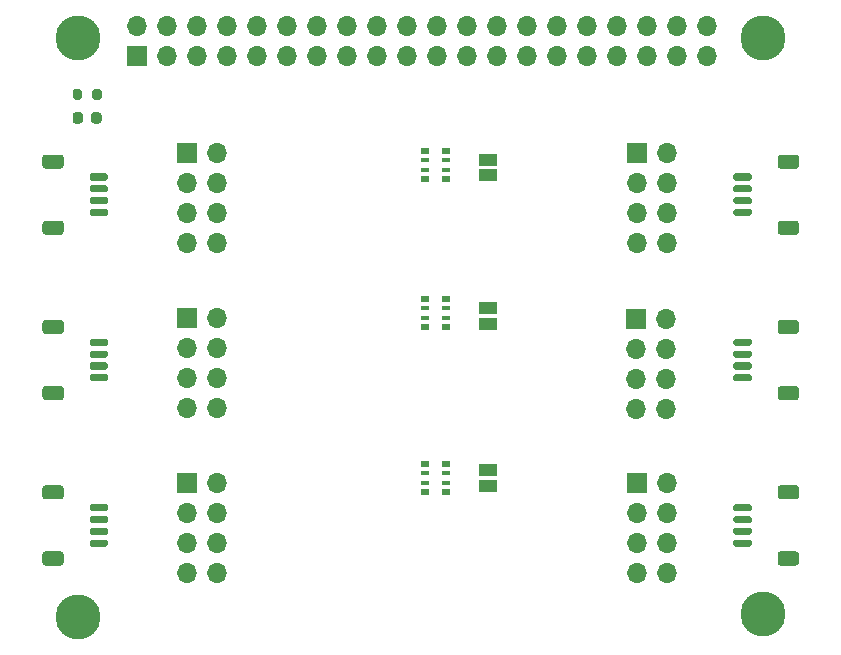
<source format=gbr>
%TF.GenerationSoftware,KiCad,Pcbnew,5.1.10*%
%TF.CreationDate,2021-06-19T09:57:27+02:00*%
%TF.ProjectId,RaspberryI2Cextender,52617370-6265-4727-9279-493243657874,rev?*%
%TF.SameCoordinates,Original*%
%TF.FileFunction,Soldermask,Top*%
%TF.FilePolarity,Negative*%
%FSLAX46Y46*%
G04 Gerber Fmt 4.6, Leading zero omitted, Abs format (unit mm)*
G04 Created by KiCad (PCBNEW 5.1.10) date 2021-06-19 09:57:27*
%MOMM*%
%LPD*%
G01*
G04 APERTURE LIST*
%ADD10R,1.700000X1.700000*%
%ADD11O,1.700000X1.700000*%
%ADD12C,3.800000*%
%ADD13R,1.500000X1.000000*%
%ADD14R,0.800000X0.500000*%
%ADD15R,0.800000X0.400000*%
G04 APERTURE END LIST*
D10*
%TO.C,J1*%
X110750000Y-43250000D03*
D11*
X110750000Y-40710000D03*
X113290000Y-43250000D03*
X113290000Y-40710000D03*
X115830000Y-43250000D03*
X115830000Y-40710000D03*
X118370000Y-43250000D03*
X118370000Y-40710000D03*
X120910000Y-43250000D03*
X120910000Y-40710000D03*
X123450000Y-43250000D03*
X123450000Y-40710000D03*
X125990000Y-43250000D03*
X125990000Y-40710000D03*
X128530000Y-43250000D03*
X128530000Y-40710000D03*
X131070000Y-43250000D03*
X131070000Y-40710000D03*
X133610000Y-43250000D03*
X133610000Y-40710000D03*
X136150000Y-43250000D03*
X136150000Y-40710000D03*
X138690000Y-43250000D03*
X138690000Y-40710000D03*
X141230000Y-43250000D03*
X141230000Y-40710000D03*
X143770000Y-43250000D03*
X143770000Y-40710000D03*
X146310000Y-43250000D03*
X146310000Y-40710000D03*
X148850000Y-43250000D03*
X148850000Y-40710000D03*
X151390000Y-43250000D03*
X151390000Y-40710000D03*
X153930000Y-43250000D03*
X153930000Y-40710000D03*
X156470000Y-43250000D03*
X156470000Y-40710000D03*
X159010000Y-43250000D03*
X159010000Y-40710000D03*
%TD*%
%TO.C,J2*%
G36*
G01*
X106875000Y-53200000D02*
X108125000Y-53200000D01*
G75*
G02*
X108275000Y-53350000I0J-150000D01*
G01*
X108275000Y-53650000D01*
G75*
G02*
X108125000Y-53800000I-150000J0D01*
G01*
X106875000Y-53800000D01*
G75*
G02*
X106725000Y-53650000I0J150000D01*
G01*
X106725000Y-53350000D01*
G75*
G02*
X106875000Y-53200000I150000J0D01*
G01*
G37*
G36*
G01*
X106875000Y-54200000D02*
X108125000Y-54200000D01*
G75*
G02*
X108275000Y-54350000I0J-150000D01*
G01*
X108275000Y-54650000D01*
G75*
G02*
X108125000Y-54800000I-150000J0D01*
G01*
X106875000Y-54800000D01*
G75*
G02*
X106725000Y-54650000I0J150000D01*
G01*
X106725000Y-54350000D01*
G75*
G02*
X106875000Y-54200000I150000J0D01*
G01*
G37*
G36*
G01*
X106875000Y-55200000D02*
X108125000Y-55200000D01*
G75*
G02*
X108275000Y-55350000I0J-150000D01*
G01*
X108275000Y-55650000D01*
G75*
G02*
X108125000Y-55800000I-150000J0D01*
G01*
X106875000Y-55800000D01*
G75*
G02*
X106725000Y-55650000I0J150000D01*
G01*
X106725000Y-55350000D01*
G75*
G02*
X106875000Y-55200000I150000J0D01*
G01*
G37*
G36*
G01*
X106875000Y-56200000D02*
X108125000Y-56200000D01*
G75*
G02*
X108275000Y-56350000I0J-150000D01*
G01*
X108275000Y-56650000D01*
G75*
G02*
X108125000Y-56800000I-150000J0D01*
G01*
X106875000Y-56800000D01*
G75*
G02*
X106725000Y-56650000I0J150000D01*
G01*
X106725000Y-56350000D01*
G75*
G02*
X106875000Y-56200000I150000J0D01*
G01*
G37*
G36*
G01*
X102974999Y-51600000D02*
X104275001Y-51600000D01*
G75*
G02*
X104525000Y-51849999I0J-249999D01*
G01*
X104525000Y-52550001D01*
G75*
G02*
X104275001Y-52800000I-249999J0D01*
G01*
X102974999Y-52800000D01*
G75*
G02*
X102725000Y-52550001I0J249999D01*
G01*
X102725000Y-51849999D01*
G75*
G02*
X102974999Y-51600000I249999J0D01*
G01*
G37*
G36*
G01*
X102974999Y-57200000D02*
X104275001Y-57200000D01*
G75*
G02*
X104525000Y-57449999I0J-249999D01*
G01*
X104525000Y-58150001D01*
G75*
G02*
X104275001Y-58400000I-249999J0D01*
G01*
X102974999Y-58400000D01*
G75*
G02*
X102725000Y-58150001I0J249999D01*
G01*
X102725000Y-57449999D01*
G75*
G02*
X102974999Y-57200000I249999J0D01*
G01*
G37*
%TD*%
%TO.C,D1*%
G36*
G01*
X107725000Y-48243750D02*
X107725000Y-48756250D01*
G75*
G02*
X107506250Y-48975000I-218750J0D01*
G01*
X107068750Y-48975000D01*
G75*
G02*
X106850000Y-48756250I0J218750D01*
G01*
X106850000Y-48243750D01*
G75*
G02*
X107068750Y-48025000I218750J0D01*
G01*
X107506250Y-48025000D01*
G75*
G02*
X107725000Y-48243750I0J-218750D01*
G01*
G37*
G36*
G01*
X106150000Y-48243750D02*
X106150000Y-48756250D01*
G75*
G02*
X105931250Y-48975000I-218750J0D01*
G01*
X105493750Y-48975000D01*
G75*
G02*
X105275000Y-48756250I0J218750D01*
G01*
X105275000Y-48243750D01*
G75*
G02*
X105493750Y-48025000I218750J0D01*
G01*
X105931250Y-48025000D01*
G75*
G02*
X106150000Y-48243750I0J-218750D01*
G01*
G37*
%TD*%
%TO.C,R1*%
G36*
G01*
X105275000Y-46775000D02*
X105275000Y-46225000D01*
G75*
G02*
X105475000Y-46025000I200000J0D01*
G01*
X105875000Y-46025000D01*
G75*
G02*
X106075000Y-46225000I0J-200000D01*
G01*
X106075000Y-46775000D01*
G75*
G02*
X105875000Y-46975000I-200000J0D01*
G01*
X105475000Y-46975000D01*
G75*
G02*
X105275000Y-46775000I0J200000D01*
G01*
G37*
G36*
G01*
X106925000Y-46775000D02*
X106925000Y-46225000D01*
G75*
G02*
X107125000Y-46025000I200000J0D01*
G01*
X107525000Y-46025000D01*
G75*
G02*
X107725000Y-46225000I0J-200000D01*
G01*
X107725000Y-46775000D01*
G75*
G02*
X107525000Y-46975000I-200000J0D01*
G01*
X107125000Y-46975000D01*
G75*
G02*
X106925000Y-46775000I0J200000D01*
G01*
G37*
%TD*%
D12*
%TO.C,H1*%
X105750000Y-41750000D03*
%TD*%
%TO.C,H2*%
X105750000Y-90750000D03*
%TD*%
%TO.C,H3*%
X163750000Y-41750000D03*
%TD*%
%TO.C,H4*%
X163750000Y-90500000D03*
%TD*%
%TO.C,J3*%
G36*
G01*
X102974999Y-71200000D02*
X104275001Y-71200000D01*
G75*
G02*
X104525000Y-71449999I0J-249999D01*
G01*
X104525000Y-72150001D01*
G75*
G02*
X104275001Y-72400000I-249999J0D01*
G01*
X102974999Y-72400000D01*
G75*
G02*
X102725000Y-72150001I0J249999D01*
G01*
X102725000Y-71449999D01*
G75*
G02*
X102974999Y-71200000I249999J0D01*
G01*
G37*
G36*
G01*
X102974999Y-65600000D02*
X104275001Y-65600000D01*
G75*
G02*
X104525000Y-65849999I0J-249999D01*
G01*
X104525000Y-66550001D01*
G75*
G02*
X104275001Y-66800000I-249999J0D01*
G01*
X102974999Y-66800000D01*
G75*
G02*
X102725000Y-66550001I0J249999D01*
G01*
X102725000Y-65849999D01*
G75*
G02*
X102974999Y-65600000I249999J0D01*
G01*
G37*
G36*
G01*
X106875000Y-70200000D02*
X108125000Y-70200000D01*
G75*
G02*
X108275000Y-70350000I0J-150000D01*
G01*
X108275000Y-70650000D01*
G75*
G02*
X108125000Y-70800000I-150000J0D01*
G01*
X106875000Y-70800000D01*
G75*
G02*
X106725000Y-70650000I0J150000D01*
G01*
X106725000Y-70350000D01*
G75*
G02*
X106875000Y-70200000I150000J0D01*
G01*
G37*
G36*
G01*
X106875000Y-69200000D02*
X108125000Y-69200000D01*
G75*
G02*
X108275000Y-69350000I0J-150000D01*
G01*
X108275000Y-69650000D01*
G75*
G02*
X108125000Y-69800000I-150000J0D01*
G01*
X106875000Y-69800000D01*
G75*
G02*
X106725000Y-69650000I0J150000D01*
G01*
X106725000Y-69350000D01*
G75*
G02*
X106875000Y-69200000I150000J0D01*
G01*
G37*
G36*
G01*
X106875000Y-68200000D02*
X108125000Y-68200000D01*
G75*
G02*
X108275000Y-68350000I0J-150000D01*
G01*
X108275000Y-68650000D01*
G75*
G02*
X108125000Y-68800000I-150000J0D01*
G01*
X106875000Y-68800000D01*
G75*
G02*
X106725000Y-68650000I0J150000D01*
G01*
X106725000Y-68350000D01*
G75*
G02*
X106875000Y-68200000I150000J0D01*
G01*
G37*
G36*
G01*
X106875000Y-67200000D02*
X108125000Y-67200000D01*
G75*
G02*
X108275000Y-67350000I0J-150000D01*
G01*
X108275000Y-67650000D01*
G75*
G02*
X108125000Y-67800000I-150000J0D01*
G01*
X106875000Y-67800000D01*
G75*
G02*
X106725000Y-67650000I0J150000D01*
G01*
X106725000Y-67350000D01*
G75*
G02*
X106875000Y-67200000I150000J0D01*
G01*
G37*
%TD*%
%TO.C,J4*%
G36*
G01*
X102974999Y-85200000D02*
X104275001Y-85200000D01*
G75*
G02*
X104525000Y-85449999I0J-249999D01*
G01*
X104525000Y-86150001D01*
G75*
G02*
X104275001Y-86400000I-249999J0D01*
G01*
X102974999Y-86400000D01*
G75*
G02*
X102725000Y-86150001I0J249999D01*
G01*
X102725000Y-85449999D01*
G75*
G02*
X102974999Y-85200000I249999J0D01*
G01*
G37*
G36*
G01*
X102974999Y-79600000D02*
X104275001Y-79600000D01*
G75*
G02*
X104525000Y-79849999I0J-249999D01*
G01*
X104525000Y-80550001D01*
G75*
G02*
X104275001Y-80800000I-249999J0D01*
G01*
X102974999Y-80800000D01*
G75*
G02*
X102725000Y-80550001I0J249999D01*
G01*
X102725000Y-79849999D01*
G75*
G02*
X102974999Y-79600000I249999J0D01*
G01*
G37*
G36*
G01*
X106875000Y-84200000D02*
X108125000Y-84200000D01*
G75*
G02*
X108275000Y-84350000I0J-150000D01*
G01*
X108275000Y-84650000D01*
G75*
G02*
X108125000Y-84800000I-150000J0D01*
G01*
X106875000Y-84800000D01*
G75*
G02*
X106725000Y-84650000I0J150000D01*
G01*
X106725000Y-84350000D01*
G75*
G02*
X106875000Y-84200000I150000J0D01*
G01*
G37*
G36*
G01*
X106875000Y-83200000D02*
X108125000Y-83200000D01*
G75*
G02*
X108275000Y-83350000I0J-150000D01*
G01*
X108275000Y-83650000D01*
G75*
G02*
X108125000Y-83800000I-150000J0D01*
G01*
X106875000Y-83800000D01*
G75*
G02*
X106725000Y-83650000I0J150000D01*
G01*
X106725000Y-83350000D01*
G75*
G02*
X106875000Y-83200000I150000J0D01*
G01*
G37*
G36*
G01*
X106875000Y-82200000D02*
X108125000Y-82200000D01*
G75*
G02*
X108275000Y-82350000I0J-150000D01*
G01*
X108275000Y-82650000D01*
G75*
G02*
X108125000Y-82800000I-150000J0D01*
G01*
X106875000Y-82800000D01*
G75*
G02*
X106725000Y-82650000I0J150000D01*
G01*
X106725000Y-82350000D01*
G75*
G02*
X106875000Y-82200000I150000J0D01*
G01*
G37*
G36*
G01*
X106875000Y-81200000D02*
X108125000Y-81200000D01*
G75*
G02*
X108275000Y-81350000I0J-150000D01*
G01*
X108275000Y-81650000D01*
G75*
G02*
X108125000Y-81800000I-150000J0D01*
G01*
X106875000Y-81800000D01*
G75*
G02*
X106725000Y-81650000I0J150000D01*
G01*
X106725000Y-81350000D01*
G75*
G02*
X106875000Y-81200000I150000J0D01*
G01*
G37*
%TD*%
%TO.C,J5*%
G36*
G01*
X162625000Y-70800000D02*
X161375000Y-70800000D01*
G75*
G02*
X161225000Y-70650000I0J150000D01*
G01*
X161225000Y-70350000D01*
G75*
G02*
X161375000Y-70200000I150000J0D01*
G01*
X162625000Y-70200000D01*
G75*
G02*
X162775000Y-70350000I0J-150000D01*
G01*
X162775000Y-70650000D01*
G75*
G02*
X162625000Y-70800000I-150000J0D01*
G01*
G37*
G36*
G01*
X162625000Y-69800000D02*
X161375000Y-69800000D01*
G75*
G02*
X161225000Y-69650000I0J150000D01*
G01*
X161225000Y-69350000D01*
G75*
G02*
X161375000Y-69200000I150000J0D01*
G01*
X162625000Y-69200000D01*
G75*
G02*
X162775000Y-69350000I0J-150000D01*
G01*
X162775000Y-69650000D01*
G75*
G02*
X162625000Y-69800000I-150000J0D01*
G01*
G37*
G36*
G01*
X162625000Y-68800000D02*
X161375000Y-68800000D01*
G75*
G02*
X161225000Y-68650000I0J150000D01*
G01*
X161225000Y-68350000D01*
G75*
G02*
X161375000Y-68200000I150000J0D01*
G01*
X162625000Y-68200000D01*
G75*
G02*
X162775000Y-68350000I0J-150000D01*
G01*
X162775000Y-68650000D01*
G75*
G02*
X162625000Y-68800000I-150000J0D01*
G01*
G37*
G36*
G01*
X162625000Y-67800000D02*
X161375000Y-67800000D01*
G75*
G02*
X161225000Y-67650000I0J150000D01*
G01*
X161225000Y-67350000D01*
G75*
G02*
X161375000Y-67200000I150000J0D01*
G01*
X162625000Y-67200000D01*
G75*
G02*
X162775000Y-67350000I0J-150000D01*
G01*
X162775000Y-67650000D01*
G75*
G02*
X162625000Y-67800000I-150000J0D01*
G01*
G37*
G36*
G01*
X166525001Y-72400000D02*
X165224999Y-72400000D01*
G75*
G02*
X164975000Y-72150001I0J249999D01*
G01*
X164975000Y-71449999D01*
G75*
G02*
X165224999Y-71200000I249999J0D01*
G01*
X166525001Y-71200000D01*
G75*
G02*
X166775000Y-71449999I0J-249999D01*
G01*
X166775000Y-72150001D01*
G75*
G02*
X166525001Y-72400000I-249999J0D01*
G01*
G37*
G36*
G01*
X166525001Y-66800000D02*
X165224999Y-66800000D01*
G75*
G02*
X164975000Y-66550001I0J249999D01*
G01*
X164975000Y-65849999D01*
G75*
G02*
X165224999Y-65600000I249999J0D01*
G01*
X166525001Y-65600000D01*
G75*
G02*
X166775000Y-65849999I0J-249999D01*
G01*
X166775000Y-66550001D01*
G75*
G02*
X166525001Y-66800000I-249999J0D01*
G01*
G37*
%TD*%
%TO.C,J6*%
G36*
G01*
X162625000Y-56800000D02*
X161375000Y-56800000D01*
G75*
G02*
X161225000Y-56650000I0J150000D01*
G01*
X161225000Y-56350000D01*
G75*
G02*
X161375000Y-56200000I150000J0D01*
G01*
X162625000Y-56200000D01*
G75*
G02*
X162775000Y-56350000I0J-150000D01*
G01*
X162775000Y-56650000D01*
G75*
G02*
X162625000Y-56800000I-150000J0D01*
G01*
G37*
G36*
G01*
X162625000Y-55800000D02*
X161375000Y-55800000D01*
G75*
G02*
X161225000Y-55650000I0J150000D01*
G01*
X161225000Y-55350000D01*
G75*
G02*
X161375000Y-55200000I150000J0D01*
G01*
X162625000Y-55200000D01*
G75*
G02*
X162775000Y-55350000I0J-150000D01*
G01*
X162775000Y-55650000D01*
G75*
G02*
X162625000Y-55800000I-150000J0D01*
G01*
G37*
G36*
G01*
X162625000Y-54800000D02*
X161375000Y-54800000D01*
G75*
G02*
X161225000Y-54650000I0J150000D01*
G01*
X161225000Y-54350000D01*
G75*
G02*
X161375000Y-54200000I150000J0D01*
G01*
X162625000Y-54200000D01*
G75*
G02*
X162775000Y-54350000I0J-150000D01*
G01*
X162775000Y-54650000D01*
G75*
G02*
X162625000Y-54800000I-150000J0D01*
G01*
G37*
G36*
G01*
X162625000Y-53800000D02*
X161375000Y-53800000D01*
G75*
G02*
X161225000Y-53650000I0J150000D01*
G01*
X161225000Y-53350000D01*
G75*
G02*
X161375000Y-53200000I150000J0D01*
G01*
X162625000Y-53200000D01*
G75*
G02*
X162775000Y-53350000I0J-150000D01*
G01*
X162775000Y-53650000D01*
G75*
G02*
X162625000Y-53800000I-150000J0D01*
G01*
G37*
G36*
G01*
X166525001Y-58400000D02*
X165224999Y-58400000D01*
G75*
G02*
X164975000Y-58150001I0J249999D01*
G01*
X164975000Y-57449999D01*
G75*
G02*
X165224999Y-57200000I249999J0D01*
G01*
X166525001Y-57200000D01*
G75*
G02*
X166775000Y-57449999I0J-249999D01*
G01*
X166775000Y-58150001D01*
G75*
G02*
X166525001Y-58400000I-249999J0D01*
G01*
G37*
G36*
G01*
X166525001Y-52800000D02*
X165224999Y-52800000D01*
G75*
G02*
X164975000Y-52550001I0J249999D01*
G01*
X164975000Y-51849999D01*
G75*
G02*
X165224999Y-51600000I249999J0D01*
G01*
X166525001Y-51600000D01*
G75*
G02*
X166775000Y-51849999I0J-249999D01*
G01*
X166775000Y-52550001D01*
G75*
G02*
X166525001Y-52800000I-249999J0D01*
G01*
G37*
%TD*%
%TO.C,J7*%
G36*
G01*
X166525001Y-80800000D02*
X165224999Y-80800000D01*
G75*
G02*
X164975000Y-80550001I0J249999D01*
G01*
X164975000Y-79849999D01*
G75*
G02*
X165224999Y-79600000I249999J0D01*
G01*
X166525001Y-79600000D01*
G75*
G02*
X166775000Y-79849999I0J-249999D01*
G01*
X166775000Y-80550001D01*
G75*
G02*
X166525001Y-80800000I-249999J0D01*
G01*
G37*
G36*
G01*
X166525001Y-86400000D02*
X165224999Y-86400000D01*
G75*
G02*
X164975000Y-86150001I0J249999D01*
G01*
X164975000Y-85449999D01*
G75*
G02*
X165224999Y-85200000I249999J0D01*
G01*
X166525001Y-85200000D01*
G75*
G02*
X166775000Y-85449999I0J-249999D01*
G01*
X166775000Y-86150001D01*
G75*
G02*
X166525001Y-86400000I-249999J0D01*
G01*
G37*
G36*
G01*
X162625000Y-81800000D02*
X161375000Y-81800000D01*
G75*
G02*
X161225000Y-81650000I0J150000D01*
G01*
X161225000Y-81350000D01*
G75*
G02*
X161375000Y-81200000I150000J0D01*
G01*
X162625000Y-81200000D01*
G75*
G02*
X162775000Y-81350000I0J-150000D01*
G01*
X162775000Y-81650000D01*
G75*
G02*
X162625000Y-81800000I-150000J0D01*
G01*
G37*
G36*
G01*
X162625000Y-82800000D02*
X161375000Y-82800000D01*
G75*
G02*
X161225000Y-82650000I0J150000D01*
G01*
X161225000Y-82350000D01*
G75*
G02*
X161375000Y-82200000I150000J0D01*
G01*
X162625000Y-82200000D01*
G75*
G02*
X162775000Y-82350000I0J-150000D01*
G01*
X162775000Y-82650000D01*
G75*
G02*
X162625000Y-82800000I-150000J0D01*
G01*
G37*
G36*
G01*
X162625000Y-83800000D02*
X161375000Y-83800000D01*
G75*
G02*
X161225000Y-83650000I0J150000D01*
G01*
X161225000Y-83350000D01*
G75*
G02*
X161375000Y-83200000I150000J0D01*
G01*
X162625000Y-83200000D01*
G75*
G02*
X162775000Y-83350000I0J-150000D01*
G01*
X162775000Y-83650000D01*
G75*
G02*
X162625000Y-83800000I-150000J0D01*
G01*
G37*
G36*
G01*
X162625000Y-84800000D02*
X161375000Y-84800000D01*
G75*
G02*
X161225000Y-84650000I0J150000D01*
G01*
X161225000Y-84350000D01*
G75*
G02*
X161375000Y-84200000I150000J0D01*
G01*
X162625000Y-84200000D01*
G75*
G02*
X162775000Y-84350000I0J-150000D01*
G01*
X162775000Y-84650000D01*
G75*
G02*
X162625000Y-84800000I-150000J0D01*
G01*
G37*
%TD*%
D11*
%TO.C,J8*%
X117475000Y-59055000D03*
X114935000Y-59055000D03*
X117475000Y-56515000D03*
X114935000Y-56515000D03*
X117475000Y-53975000D03*
X114935000Y-53975000D03*
X117475000Y-51435000D03*
D10*
X114935000Y-51435000D03*
%TD*%
%TO.C,J9*%
X114935000Y-65405000D03*
D11*
X117475000Y-65405000D03*
X114935000Y-67945000D03*
X117475000Y-67945000D03*
X114935000Y-70485000D03*
X117475000Y-70485000D03*
X114935000Y-73025000D03*
X117475000Y-73025000D03*
%TD*%
%TO.C,J10*%
X117475000Y-86995000D03*
X114935000Y-86995000D03*
X117475000Y-84455000D03*
X114935000Y-84455000D03*
X117475000Y-81915000D03*
X114935000Y-81915000D03*
X117475000Y-79375000D03*
D10*
X114935000Y-79375000D03*
%TD*%
%TO.C,J11*%
X153000000Y-65500000D03*
D11*
X155540000Y-65500000D03*
X153000000Y-68040000D03*
X155540000Y-68040000D03*
X153000000Y-70580000D03*
X155540000Y-70580000D03*
X153000000Y-73120000D03*
X155540000Y-73120000D03*
%TD*%
%TO.C,J12*%
X155575000Y-59055000D03*
X153035000Y-59055000D03*
X155575000Y-56515000D03*
X153035000Y-56515000D03*
X155575000Y-53975000D03*
X153035000Y-53975000D03*
X155575000Y-51435000D03*
D10*
X153035000Y-51435000D03*
%TD*%
%TO.C,J13*%
X153035000Y-79375000D03*
D11*
X155575000Y-79375000D03*
X153035000Y-81915000D03*
X155575000Y-81915000D03*
X153035000Y-84455000D03*
X155575000Y-84455000D03*
X153035000Y-86995000D03*
X155575000Y-86995000D03*
%TD*%
D13*
%TO.C,JP1*%
X140462000Y-53340000D03*
X140462000Y-52040000D03*
%TD*%
%TO.C,JP2*%
X140462000Y-64628000D03*
X140462000Y-65928000D03*
%TD*%
%TO.C,JP3*%
X140462000Y-78344000D03*
X140462000Y-79644000D03*
%TD*%
D14*
%TO.C,RN1*%
X135100000Y-51300000D03*
D15*
X135100000Y-52900000D03*
X135100000Y-52100000D03*
D14*
X135100000Y-53700000D03*
D15*
X136900000Y-52100000D03*
D14*
X136900000Y-51300000D03*
D15*
X136900000Y-52900000D03*
D14*
X136900000Y-53700000D03*
%TD*%
%TO.C,RN2*%
X136900000Y-66200000D03*
D15*
X136900000Y-65400000D03*
D14*
X136900000Y-63800000D03*
D15*
X136900000Y-64600000D03*
D14*
X135100000Y-66200000D03*
D15*
X135100000Y-64600000D03*
X135100000Y-65400000D03*
D14*
X135100000Y-63800000D03*
%TD*%
%TO.C,RN3*%
X135100000Y-77800000D03*
D15*
X135100000Y-79400000D03*
X135100000Y-78600000D03*
D14*
X135100000Y-80200000D03*
D15*
X136900000Y-78600000D03*
D14*
X136900000Y-77800000D03*
D15*
X136900000Y-79400000D03*
D14*
X136900000Y-80200000D03*
%TD*%
M02*

</source>
